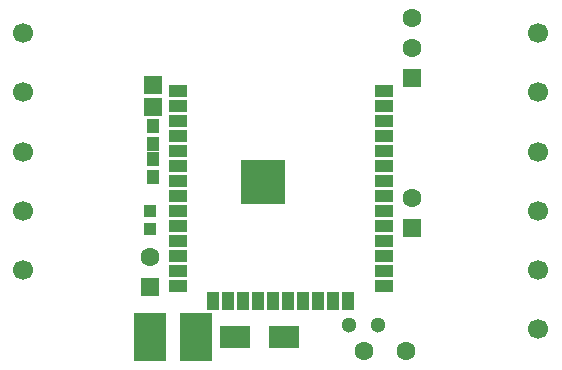
<source format=gts>
G04*
G04 #@! TF.GenerationSoftware,Altium Limited,Altium Designer,21.5.1 (32)*
G04*
G04 Layer_Color=8388736*
%FSLAX44Y44*%
%MOMM*%
G71*
G04*
G04 #@! TF.SameCoordinates,DE706C4F-A6C2-482A-8352-4916370A565D*
G04*
G04*
G04 #@! TF.FilePolarity,Negative*
G04*
G01*
G75*
%ADD21R,3.8000X3.8000*%
%ADD22R,1.6000X1.0000*%
%ADD23R,1.0000X1.6000*%
%ADD24R,2.7000X4.1000*%
%ADD25R,2.6500X1.8500*%
%ADD26R,1.0000X1.0500*%
%ADD27R,1.6000X1.5500*%
%ADD28R,1.0500X1.1500*%
%ADD29C,1.3000*%
%ADD30C,1.6000*%
%ADD31C,1.7000*%
%ADD32R,1.6000X1.6000*%
D21*
X212000Y152800D02*
D03*
D22*
X314500Y230000D02*
D03*
Y217300D02*
D03*
Y204600D02*
D03*
Y191900D02*
D03*
Y179200D02*
D03*
Y166500D02*
D03*
Y153800D02*
D03*
Y141100D02*
D03*
Y128400D02*
D03*
Y115700D02*
D03*
Y103000D02*
D03*
Y90300D02*
D03*
Y77600D02*
D03*
Y64900D02*
D03*
X139500D02*
D03*
Y77600D02*
D03*
Y90300D02*
D03*
Y103000D02*
D03*
Y115700D02*
D03*
Y128400D02*
D03*
Y141100D02*
D03*
Y153800D02*
D03*
Y166500D02*
D03*
Y179200D02*
D03*
Y191900D02*
D03*
Y204600D02*
D03*
Y217300D02*
D03*
Y230000D02*
D03*
D23*
X284150Y52400D02*
D03*
X271450D02*
D03*
X258750D02*
D03*
X246050D02*
D03*
X233350D02*
D03*
X220650D02*
D03*
X207950D02*
D03*
X195250D02*
D03*
X182550D02*
D03*
X169850D02*
D03*
D24*
X155500Y22000D02*
D03*
X116500D02*
D03*
D25*
X188000D02*
D03*
X230000D02*
D03*
D26*
X116000Y113250D02*
D03*
Y128750D02*
D03*
D27*
X119000Y235250D02*
D03*
Y216750D02*
D03*
D28*
Y157750D02*
D03*
Y172250D02*
D03*
Y200250D02*
D03*
Y185750D02*
D03*
D29*
X284500Y32000D02*
D03*
X309500D02*
D03*
D30*
X297500Y10000D02*
D03*
X332500D02*
D03*
X338000Y267000D02*
D03*
Y292400D02*
D03*
Y140000D02*
D03*
X116000Y90000D02*
D03*
D31*
X9000Y79000D02*
D03*
Y129000D02*
D03*
Y179000D02*
D03*
Y279000D02*
D03*
Y229000D02*
D03*
X445000D02*
D03*
Y279000D02*
D03*
Y179000D02*
D03*
Y129000D02*
D03*
Y79000D02*
D03*
Y29000D02*
D03*
D32*
X338000Y241600D02*
D03*
Y114600D02*
D03*
X116000Y64600D02*
D03*
M02*

</source>
